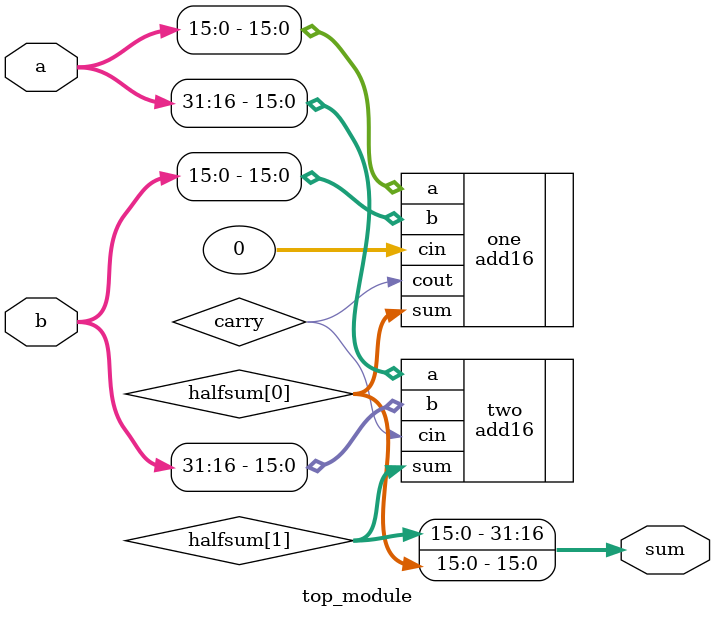
<source format=v>
module top_module(
    input [31:0] a,
    input [31:0] b,
    output [31:0] sum
);
    wire carry;
    wire [15:0] halfsum [1:0];
    add16 one (.cin(0), .cout(carry), .a(a[15:0]), .b(b[15:0]), .sum(halfsum[0]));
    add16 two (.cin(carry), .a(a[31:16]), .b(b[31:16]), .sum(halfsum[1]));
    assign sum = {halfsum[1], halfsum[0]};
    
endmodule

</source>
